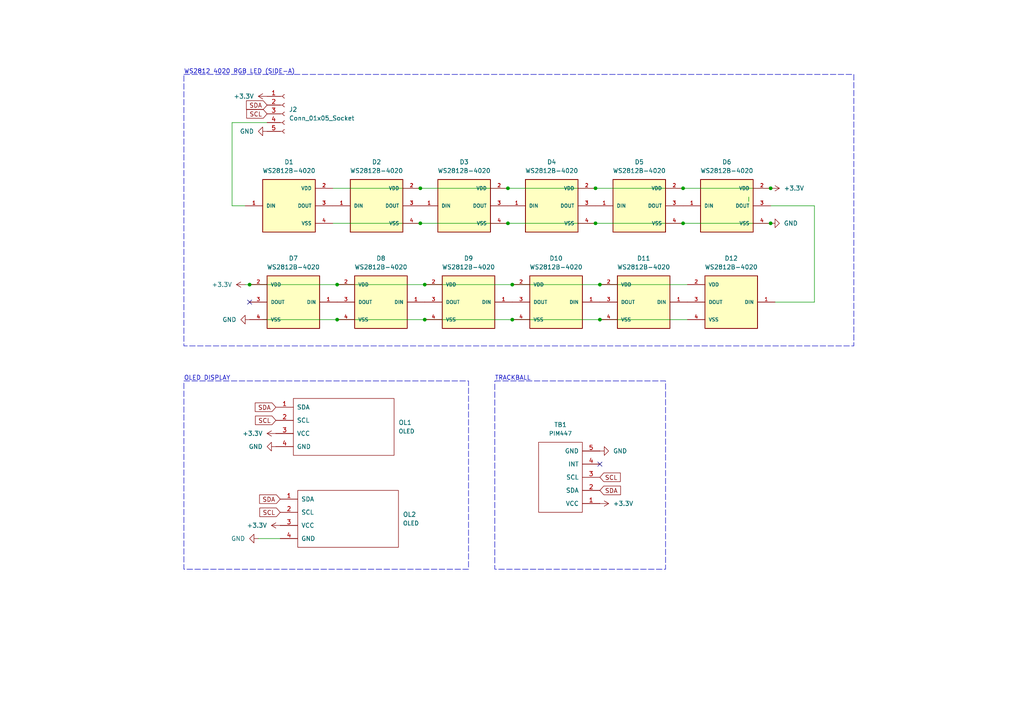
<source format=kicad_sch>
(kicad_sch (version 20230121) (generator eeschema)
  (paper "A4")
  (title_block (title "YAKAMOZ Switchplate") (date "2023-09-25") (rev "v1.0") (company "https://github.com/ozkan"))
  (lib_symbols
    (symbol "Connector:Conn_01x05_Socket" (pin_names (offset 1.016) hide)
      (property "Reference" "J" (at 0 7.62 0))
      (property "Value" "Conn_01x05_Socket" (at 0 -7.62 0))
      (symbol "Conn_01x05_Socket_1_1"
        (arc (start 0 -4.572) (mid -0.5058 -5.08) (end 0 -5.588) (stroke (width 0.1524)))
        (arc (start 0 -2.032) (mid -0.5058 -2.54) (end 0 -3.048) (stroke (width 0.1524)))
        (polyline (pts (xy -1.27 -5.08) (xy -0.508 -5.08)) (stroke (width 0.1524)))
        (polyline (pts (xy -1.27 -2.54) (xy -0.508 -2.54)) (stroke (width 0.1524)))
        (polyline (pts (xy -1.27 0) (xy -0.508 0)) (stroke (width 0.1524)))
        (polyline (pts (xy -1.27 2.54) (xy -0.508 2.54)) (stroke (width 0.1524)))
        (polyline (pts (xy -1.27 5.08) (xy -0.508 5.08)) (stroke (width 0.1524)))
        (arc (start 0 0.508) (mid -0.5058 0) (end 0 -0.508) (stroke (width 0.1524)))
        (arc (start 0 3.048) (mid -0.5058 2.54) (end 0 2.032) (stroke (width 0.1524)))
        (arc (start 0 5.588) (mid -0.5058 5.08) (end 0 4.572) (stroke (width 0.1524)))
        (pin passive line (at -5.08 5.08 0) (length 3.81) (name "Pin_1") (number "1"))
        (pin passive line (at -5.08 2.54 0) (length 3.81) (name "Pin_2") (number "2"))
        (pin passive line (at -5.08 0 0) (length 3.81) (name "Pin_3") (number "3"))
        (pin passive line (at -5.08 -2.54 0) (length 3.81) (name "Pin_4") (number "4"))
        (pin passive line (at -5.08 -5.08 0) (length 3.81) (name "Pin_5") (number "5"))
      )
    )
    (symbol "WS2812B-4020:WS2812B-4020" (pin_names (offset 1.016))
      (property "Reference" "D" (at -7.62 8.128 0))
      (property "Value" "WS2812B-4020" (at -7.62 -10.16 0))
      (symbol "WS2812B-4020_0_0"
        (rectangle (start -7.62 -7.62) (end 7.62 7.62) (stroke (width 0.254)) (fill (type background)))
        (pin input line (at -12.7 0 0) (length 5.08) (name "DIN") (number "1"))
        (pin power_in line (at 12.7 5.08 180) (length 5.08) (name "VDD") (number "2"))
        (pin output line (at 12.7 0 180) (length 5.08) (name "DOUT") (number "3"))
        (pin power_in line (at 12.7 -5.08 180) (length 5.08) (name "VSS") (number "4"))
      )
    )
    (symbol "kbd:OLED" (pin_names (offset 1.016))
      (property "Reference" "OL" (at 0 2.54 0))
      (property "Value" "OLED" (at 0 -1.27 0))
      (symbol "OLED_0_1"
        (rectangle (start -13.97 8.89) (end 15.24 -7.62))
      )
      (symbol "OLED_1_1"
        (pin bidirectional line (at -19.05 6.35 0) (length 5.08) (name "SDA") (number "1"))
        (pin bidirectional line (at -19.05 2.54 0) (length 5.08) (name "SCL") (number "2"))
        (pin power_in line (at -19.05 -1.27 0) (length 5.08) (name "VCC") (number "3"))
        (pin power_in line (at -19.05 -5.08 0) (length 5.08) (name "GND") (number "4"))
      )
    )
    (symbol "power:+3.3V" (power) (pin_names (offset 0))
      (property "Value" "+3.3V" (at 0 3.556 0))
      (symbol "+3.3V_0_1"
        (polyline (pts (xy -0.762 1.27) (xy 0 2.54)))
        (polyline (pts (xy 0 0) (xy 0 2.54)))
        (polyline (pts (xy 0 2.54) (xy 0.762 1.27)))
      )
      (symbol "+3.3V_1_1"
        (pin power_in line (at 0 0 90) (length 0) hide (name "+3.3V") (number "1"))
      )
    )
    (symbol "power:GND" (power) (pin_names (offset 0))
      (property "Value" "GND" (at 0 -3.81 0))
      (symbol "GND_0_1"
        (polyline (pts (xy 0 0) (xy 0 -1.27) (xy 1.27 -1.27) (xy 0 -2.54) (xy -1.27 -1.27) (xy 0 -1.27)))
      )
      (symbol "GND_1_1"
        (pin power_in line (at 0 0 270) (length 0) hide (name "GND") (number "1"))
      )
    )
    (symbol "takashicompany:PIM447" (pin_names (offset 1.016))
      (property "Reference" "TB" (at 0 15.24 0))
      (property "Value" "PIM447" (at 0 7.62 0))
      (symbol "PIM447_0_1"
        (rectangle (start 10.16 0) (end -10.16 12.7))
      )
      (symbol "PIM447_1_1"
        (pin power_in line (at -7.62 -5.08 90) (length 5.08) (name "VCC") (number "1"))
        (pin bidirectional line (at -3.81 -5.08 90) (length 5.08) (name "SDA") (number "2"))
        (pin bidirectional line (at 0 -5.08 90) (length 5.08) (name "SCL") (number "3"))
        (pin bidirectional line (at 3.81 -5.08 90) (length 5.08) (name "INT") (number "4"))
        (pin power_in line (at 7.62 -5.08 90) (length 5.08) (name "GND") (number "5"))
      )
    )
  )
  (junction (at 123.19 82.55))
  (junction (at 223.52 64.77))
  (junction (at 97.79 92.71))
  (junction (at 173.99 82.55))
  (junction (at 172.72 54.61))
  (junction (at 198.12 64.77))
  (junction (at 173.99 92.71))
  (junction (at 123.19 92.71))
  (junction (at 172.72 64.77))
  (junction (at 148.59 82.55))
  (junction (at 121.92 54.61))
  (junction (at 148.59 92.71))
  (junction (at 223.52 54.61))
  (junction (at 198.12 54.61))
  (junction (at 97.79 82.55))
  (junction (at 147.32 54.61))
  (junction (at 72.39 82.55))
  (junction (at 147.32 64.77))
  (junction (at 121.92 64.77))
  (no_connect (at 173.99 134.62))
  (no_connect (at 72.39 87.63))
  (wire (pts (xy 74.93 156.21) (xy 81.28 156.21)))
  (wire (pts (xy 148.59 92.71) (xy 123.19 92.71)))
  (wire (pts (xy 67.31 35.56) (xy 77.47 35.56)))
  (wire (pts (xy 123.19 82.55) (xy 97.79 82.55)))
  (wire (pts (xy 198.12 64.77) (xy 223.52 64.77)))
  (wire (pts (xy 97.79 92.71) (xy 123.19 92.71)))
  (wire (pts (xy 217.17 58.42) (xy 217.17 57.15)))
  (wire (pts (xy 147.32 64.77) (xy 172.72 64.77)))
  (wire (pts (xy 96.52 54.61) (xy 121.92 54.61)))
  (wire (pts (xy 76.2 92.71) (xy 97.79 92.71)))
  (wire (pts (xy 67.31 59.69) (xy 67.31 35.56)))
  (wire (pts (xy 173.99 82.55) (xy 148.59 82.55)))
  (wire (pts (xy 236.22 87.63) (xy 224.79 87.63)))
  (wire (pts (xy 223.52 59.69) (xy 236.22 59.69)))
  (wire (pts (xy 121.92 54.61) (xy 147.32 54.61)))
  (wire (pts (xy 199.39 92.71) (xy 173.99 92.71)))
  (wire (pts (xy 72.39 82.55) (xy 97.79 82.55)))
  (wire (pts (xy 72.39 82.55) (xy 71.12 82.55)))
  (wire (pts (xy 121.92 64.77) (xy 147.32 64.77)))
  (wire (pts (xy 172.72 64.77) (xy 198.12 64.77)))
  (wire (pts (xy 198.12 54.61) (xy 223.52 54.61)))
  (wire (pts (xy 148.59 82.55) (xy 123.19 82.55)))
  (wire (pts (xy 67.31 59.69) (xy 71.12 59.69)))
  (wire (pts (xy 96.52 64.77) (xy 121.92 64.77)))
  (wire (pts (xy 147.32 54.61) (xy 172.72 54.61)))
  (wire (pts (xy 173.99 92.71) (xy 148.59 92.71)))
  (wire (pts (xy 172.72 54.61) (xy 198.12 54.61)))
  (wire (pts (xy 236.22 59.69) (xy 236.22 87.63)))
  (wire (pts (xy 199.39 82.55) (xy 173.99 82.55)))
  (rectangle (start 143.51 110.49) (end 193.04 165.1) (stroke (width 0) (type dash)))
  (rectangle (start 53.34 110.49) (end 135.89 165.1) (stroke (width 0) (type dash)))
  (rectangle (start 53.34 21.59) (end 247.65 100.33) (stroke (width 0) (type dash)))
  (text "TRACKBALL" (at 143.51 110.49 0) (effects (font (size 1.27 1.27)) (justify left bottom)))
  (text "WS2812 4020 RGB LED (SIDE-A)" (at 53.34 21.59 0) (effects (font (size 1.27 1.27)) (justify left bottom)))
  (text "OLED DISPLAY" (at 53.34 110.49 0) (effects (font (size 1.27 1.27)) (justify left bottom)))
  (global_label "SDA" (shape input) (at 80.01 118.11 180) (property "Intersheetrefs" "${INTERSHEET_REFS}" (effects hide)))
  (global_label "SCL" (shape input) (at 81.28 148.59 180) (property "Intersheetrefs" "${INTERSHEET_REFS}" (effects hide)))
  (global_label "SDA" (shape input) (at 81.28 144.78 180) (property "Intersheetrefs" "${INTERSHEET_REFS}" (effects hide)))
  (global_label "SCL" (shape input) (at 80.01 121.92 180) (property "Intersheetrefs" "${INTERSHEET_REFS}" (effects hide)))
  (global_label "SCL" (shape input) (at 77.47 33.02 180) (property "Intersheetrefs" "${INTERSHEET_REFS}" (effects hide)))
  (global_label "SDA" (shape input) (at 173.99 142.24 0) (property "Intersheetrefs" "${INTERSHEET_REFS}" (effects hide)))
  (global_label "SDA" (shape input) (at 77.47 30.48 180) (property "Intersheetrefs" "${INTERSHEET_REFS}" (effects hide)))
  (global_label "SCL" (shape input) (at 173.99 138.43 0) (property "Intersheetrefs" "${INTERSHEET_REFS}" (effects hide)))
  (symbol (lib_id "WS2812B-4020:WS2812B-4020") (at 134.62 59.69 0) (unit 1)
    (property "Reference" "D3" (at 134.62 46.99 0))
    (property "Value" "WS2812B-4020" (at 134.62 49.53 0))
    (property "Footprint" "ozkan:LED_WS2812B-4020" (effects hide))
    (property "PARTREV" "V1.2" (effects hide))
    (property "SNAPEDA_PN" "WS2812B-4020" (effects hide))
    (property "STANDARD" "Manufacturer Recommendations" (effects hide))
    (property "MAXIMUM_PACKAGE_HEIGHT" "2.05 mm" (effects hide))
    (property "MANUFACTURER" "Worldsemi" (effects hide))
  )
  (symbol (lib_id "power:GND") (at 80.01 129.54 270) (unit 1)
    (property "Reference" "#PWR04" (effects hide))
    (property "Value" "GND" (at 76.2 129.54 90) (effects (justify right)))
  )
  (symbol (lib_id "WS2812B-4020:WS2812B-4020") (at 186.69 87.63 0) (mirror y) (unit 1)
    (property "Reference" "D11" (at 186.69 74.93 0))
    (property "Value" "WS2812B-4020" (at 186.69 77.47 0))
    (property "Footprint" "ozkan:LED_WS2812B-4020" (effects hide))
    (property "PARTREV" "V1.2" (effects hide))
    (property "SNAPEDA_PN" "WS2812B-4020" (effects hide))
    (property "STANDARD" "Manufacturer Recommendations" (effects hide))
    (property "MAXIMUM_PACKAGE_HEIGHT" "2.05 mm" (effects hide))
    (property "MANUFACTURER" "Worldsemi" (effects hide))
  )
  (symbol (lib_id "WS2812B-4020:WS2812B-4020") (at 160.02 59.69 0) (unit 1)
    (property "Reference" "D4" (at 160.02 46.99 0))
    (property "Value" "WS2812B-4020" (at 160.02 49.53 0))
    (property "Footprint" "ozkan:LED_WS2812B-4020" (effects hide))
    (property "PARTREV" "V1.2" (effects hide))
    (property "SNAPEDA_PN" "WS2812B-4020" (effects hide))
    (property "STANDARD" "Manufacturer Recommendations" (effects hide))
    (property "MAXIMUM_PACKAGE_HEIGHT" "2.05 mm" (effects hide))
    (property "MANUFACTURER" "Worldsemi" (effects hide))
  )
  (symbol (lib_id "kbd:OLED") (at 99.06 124.46 0) (unit 1)
    (property "Reference" "OL1" (at 115.57 122.555 0) (effects (font (size 1.2954 1.2954)) (justify left)))
    (property "Value" "OLED" (at 115.57 125.095 0) (effects (font (size 1.1938 1.1938)) (justify left)))
    (property "Footprint" "ozkan:Display_128x64_096_I2C" (effects hide))
  )
  (symbol (lib_id "takashicompany:PIM447") (at 168.91 138.43 90) (unit 1)
    (property "Reference" "TB1" (at 162.56 123.19 90) (effects (font (size 1.2954 1.2954))))
    (property "Value" "PIM447" (at 162.56 125.73 90) (effects (font (size 1.1938 1.1938))))
    (property "Footprint" "ozkan:PIM447" (effects hide))
  )
  (symbol (lib_id "power:+3.3V") (at 173.99 146.05 270) (unit 1)
    (property "Reference" "#PWR06" (effects hide))
    (property "Value" "+3.3V" (at 177.8 146.05 90) (effects (justify left)))
  )
  (symbol (lib_id "power:GND") (at 72.39 92.71 270) (mirror x) (unit 1)
    (property "Reference" "#PWR08" (effects hide))
    (property "Value" "GND" (at 68.58 92.71 90) (effects (justify right)))
  )
  (symbol (lib_id "power:+3.3V") (at 223.52 54.61 270) (mirror x) (unit 1)
    (property "Reference" "#PWR011" (effects hide))
    (property "Value" "+3.3V" (at 227.33 54.61 90) (effects (justify left)))
  )
  (symbol (lib_id "power:+3.3V") (at 77.47 27.94 90) (unit 1)
    (property "Reference" "#PWR02" (effects hide))
    (property "Value" "+3.3V" (at 73.66 27.94 90) (effects (justify left)))
  )
  (symbol (lib_id "power:GND") (at 74.93 156.21 270) (unit 1)
    (property "Reference" "#PWR010" (effects hide))
    (property "Value" "GND" (at 71.12 156.21 90) (effects (justify right)))
  )
  (symbol (lib_id "power:GND") (at 77.47 38.1 270) (unit 1)
    (property "Reference" "#PWR01" (effects hide))
    (property "Value" "GND" (at 73.66 38.1 90) (effects (justify right)))
  )
  (symbol (lib_id "WS2812B-4020:WS2812B-4020") (at 210.82 59.69 0) (unit 1)
    (property "Reference" "D6" (at 210.82 46.99 0))
    (property "Value" "WS2812B-4020" (at 210.82 49.53 0))
    (property "Footprint" "ozkan:LED_WS2812B-4020" (effects hide))
    (property "PARTREV" "V1.2" (effects hide))
    (property "SNAPEDA_PN" "WS2812B-4020" (effects hide))
    (property "STANDARD" "Manufacturer Recommendations" (effects hide))
    (property "MAXIMUM_PACKAGE_HEIGHT" "2.05 mm" (effects hide))
    (property "MANUFACTURER" "Worldsemi" (effects hide))
  )
  (symbol (lib_id "power:GND") (at 223.52 64.77 90) (mirror x) (unit 1)
    (property "Reference" "#PWR012" (effects hide))
    (property "Value" "GND" (at 227.33 64.77 90) (effects (justify right)))
  )
  (symbol (lib_id "WS2812B-4020:WS2812B-4020") (at 135.89 87.63 0) (mirror y) (unit 1)
    (property "Reference" "D9" (at 135.89 74.93 0))
    (property "Value" "WS2812B-4020" (at 135.89 77.47 0))
    (property "Footprint" "ozkan:LED_WS2812B-4020" (effects hide))
    (property "PARTREV" "V1.2" (effects hide))
    (property "SNAPEDA_PN" "WS2812B-4020" (effects hide))
    (property "STANDARD" "Manufacturer Recommendations" (effects hide))
    (property "MAXIMUM_PACKAGE_HEIGHT" "2.05 mm" (effects hide))
    (property "MANUFACTURER" "Worldsemi" (effects hide))
  )
  (symbol (lib_id "WS2812B-4020:WS2812B-4020") (at 185.42 59.69 0) (unit 1)
    (property "Reference" "D5" (at 185.42 46.99 0))
    (property "Value" "WS2812B-4020" (at 185.42 49.53 0))
    (property "Footprint" "ozkan:LED_WS2812B-4020" (effects hide))
    (property "PARTREV" "V1.2" (effects hide))
    (property "SNAPEDA_PN" "WS2812B-4020" (effects hide))
    (property "STANDARD" "Manufacturer Recommendations" (effects hide))
    (property "MAXIMUM_PACKAGE_HEIGHT" "2.05 mm" (effects hide))
    (property "MANUFACTURER" "Worldsemi" (effects hide))
  )
  (symbol (lib_id "WS2812B-4020:WS2812B-4020") (at 212.09 87.63 0) (mirror y) (unit 1)
    (property "Reference" "D12" (at 212.09 74.93 0))
    (property "Value" "WS2812B-4020" (at 212.09 77.47 0))
    (property "Footprint" "ozkan:LED_WS2812B-4020" (effects hide))
    (property "PARTREV" "V1.2" (effects hide))
    (property "SNAPEDA_PN" "WS2812B-4020" (effects hide))
    (property "STANDARD" "Manufacturer Recommendations" (effects hide))
    (property "MAXIMUM_PACKAGE_HEIGHT" "2.05 mm" (effects hide))
    (property "MANUFACTURER" "Worldsemi" (effects hide))
  )
  (symbol (lib_id "power:GND") (at 173.99 130.81 90) (unit 1)
    (property "Reference" "#PWR05" (effects hide))
    (property "Value" "GND" (at 177.8 130.81 90) (effects (justify right)))
  )
  (symbol (lib_id "power:+3.3V") (at 81.28 152.4 90) (unit 1)
    (property "Reference" "#PWR09" (effects hide))
    (property "Value" "+3.3V" (at 77.47 152.4 90) (effects (justify left)))
  )
  (symbol (lib_id "Connector:Conn_01x05_Socket") (at 82.55 33.02 0) (unit 1)
    (property "Reference" "J2" (at 83.82 31.75 0) (effects (justify left)))
    (property "Value" "Conn_01x05_Socket" (at 83.82 34.29 0) (effects (justify left)))
    (property "Footprint" "Connector_PinHeader_2.54mm:PinHeader_1x05_P2.54mm_Vertical" (effects hide))
  )
  (symbol (lib_id "power:+3.3V") (at 80.01 125.73 90) (unit 1)
    (property "Reference" "#PWR03" (effects hide))
    (property "Value" "+3.3V" (at 76.2 125.73 90) (effects (justify left)))
  )
  (symbol (lib_id "WS2812B-4020:WS2812B-4020") (at 83.82 59.69 0) (unit 1)
    (property "Reference" "D1" (at 83.82 46.99 0))
    (property "Value" "WS2812B-4020" (at 83.82 49.53 0))
    (property "Footprint" "ozkan:LED_WS2812B-4020" (effects hide))
    (property "PARTREV" "V1.2" (effects hide))
    (property "SNAPEDA_PN" "WS2812B-4020" (effects hide))
    (property "STANDARD" "Manufacturer Recommendations" (effects hide))
    (property "MAXIMUM_PACKAGE_HEIGHT" "2.05 mm" (effects hide))
    (property "MANUFACTURER" "Worldsemi" (effects hide))
  )
  (symbol (lib_id "kbd:OLED") (at 100.33 151.13 0) (unit 1)
    (property "Reference" "OL2" (at 116.84 149.225 0) (effects (font (size 1.2954 1.2954)) (justify left)))
    (property "Value" "OLED" (at 116.84 151.765 0) (effects (font (size 1.1938 1.1938)) (justify left)))
    (property "Footprint" "ozkan:Display_128x64_096_I2C" (effects hide))
  )
  (symbol (lib_id "WS2812B-4020:WS2812B-4020") (at 161.29 87.63 0) (mirror y) (unit 1)
    (property "Reference" "D10" (at 161.29 74.93 0))
    (property "Value" "WS2812B-4020" (at 161.29 77.47 0))
    (property "Footprint" "ozkan:LED_WS2812B-4020" (effects hide))
    (property "PARTREV" "V1.2" (effects hide))
    (property "SNAPEDA_PN" "WS2812B-4020" (effects hide))
    (property "STANDARD" "Manufacturer Recommendations" (effects hide))
    (property "MAXIMUM_PACKAGE_HEIGHT" "2.05 mm" (effects hide))
    (property "MANUFACTURER" "Worldsemi" (effects hide))
  )
  (symbol (lib_id "power:+3.3V") (at 71.12 82.55 90) (mirror x) (unit 1)
    (property "Reference" "#PWR07" (effects hide))
    (property "Value" "+3.3V" (at 67.31 82.55 90) (effects (justify left)))
  )
  (symbol (lib_id "WS2812B-4020:WS2812B-4020") (at 109.22 59.69 0) (unit 1)
    (property "Reference" "D2" (at 109.22 46.99 0))
    (property "Value" "WS2812B-4020" (at 109.22 49.53 0))
    (property "Footprint" "ozkan:LED_WS2812B-4020" (effects hide))
    (property "PARTREV" "V1.2" (effects hide))
    (property "SNAPEDA_PN" "WS2812B-4020" (effects hide))
    (property "STANDARD" "Manufacturer Recommendations" (effects hide))
    (property "MAXIMUM_PACKAGE_HEIGHT" "2.05 mm" (effects hide))
    (property "MANUFACTURER" "Worldsemi" (effects hide))
  )
  (symbol (lib_id "WS2812B-4020:WS2812B-4020") (at 85.09 87.63 0) (mirror y) (unit 1)
    (property "Reference" "D7" (at 85.09 74.93 0))
    (property "Value" "WS2812B-4020" (at 85.09 77.47 0))
    (property "Footprint" "ozkan:LED_WS2812B-4020" (effects hide))
    (property "PARTREV" "V1.2" (effects hide))
    (property "SNAPEDA_PN" "WS2812B-4020" (effects hide))
    (property "STANDARD" "Manufacturer Recommendations" (effects hide))
    (property "MAXIMUM_PACKAGE_HEIGHT" "2.05 mm" (effects hide))
    (property "MANUFACTURER" "Worldsemi" (effects hide))
  )
  (symbol (lib_id "WS2812B-4020:WS2812B-4020") (at 110.49 87.63 0) (mirror y) (unit 1)
    (property "Reference" "D8" (at 110.49 74.93 0))
    (property "Value" "WS2812B-4020" (at 110.49 77.47 0))
    (property "Footprint" "ozkan:LED_WS2812B-4020" (effects hide))
    (property "PARTREV" "V1.2" (effects hide))
    (property "SNAPEDA_PN" "WS2812B-4020" (effects hide))
    (property "STANDARD" "Manufacturer Recommendations" (effects hide))
    (property "MAXIMUM_PACKAGE_HEIGHT" "2.05 mm" (effects hide))
    (property "MANUFACTURER" "Worldsemi" (effects hide))
  )
)
</source>
